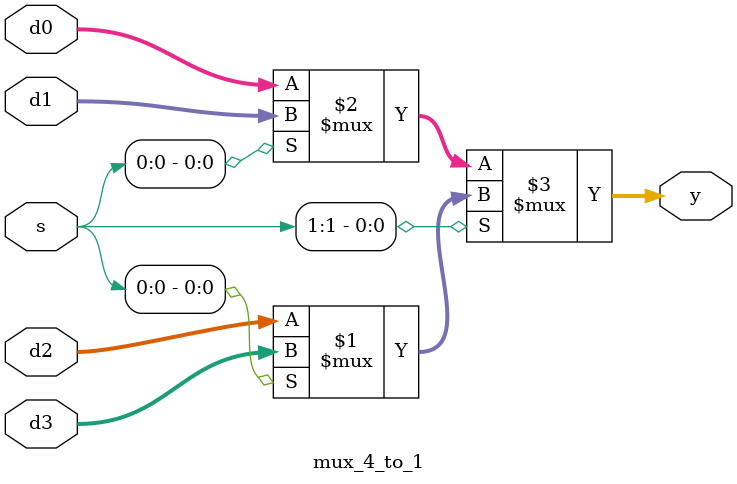
<source format=sv>

`timescale 1ns/1ps

module mux_4_to_1(input logic [3:0] d0, d1, d2, d3, input logic [1:0] s, output logic [3:0] y);

assign y = s[1] ? ( s[0] ? (d3) : (d2) ) : ( s[0] ? (d1) : (d0) );

endmodule
</source>
